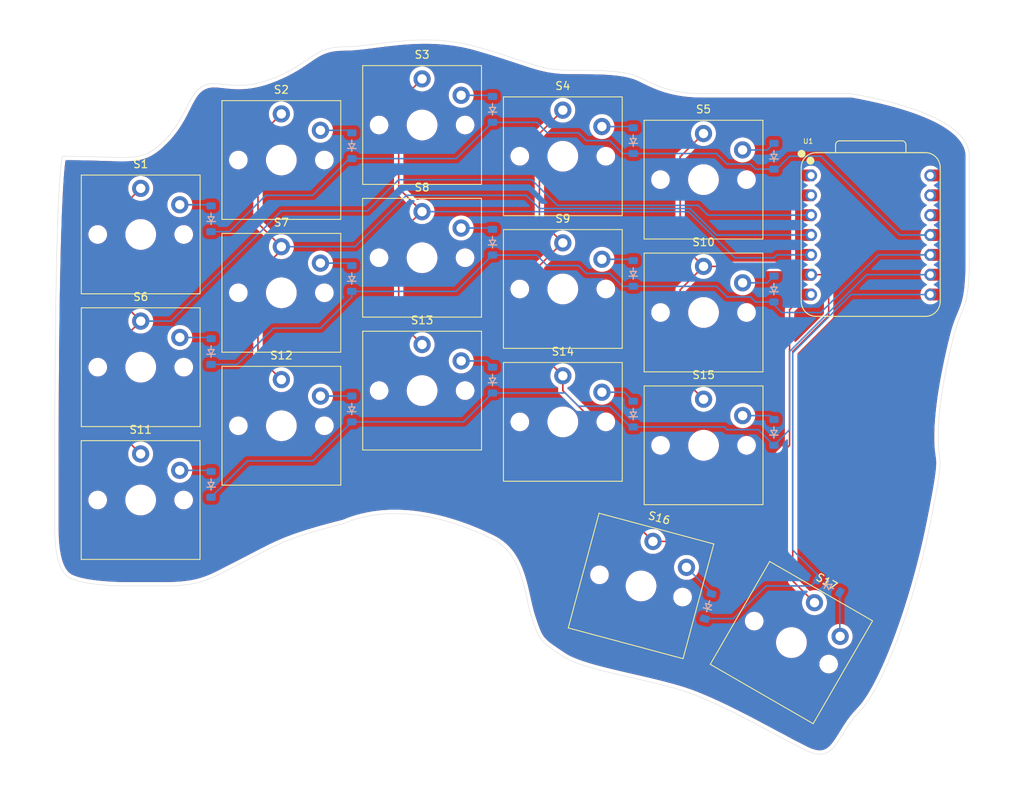
<source format=kicad_pcb>
(kicad_pcb (version 20241229) (generator "pcbnew") (generator_version "9.0")
  (layers (0 "F.Cu" signal) (2 "B.Cu" signal) (13 "F.Paste" user) (15 "B.Paste" user) (5 "F.SilkS" user "F.Silkscreen") (7 "B.SilkS" user "B.Silkscreen") (1 "F.Mask" user) (3 "B.Mask" user) (25 "Edge.Cuts" user))
  (net 0 "")
  (net 1 "Row 0")
  (net 2 "Net-(D1-A)")
  (net 3 "Net-(D2-A)")
  (net 4 "Net-(D3-A)")
  (net 5 "Net-(D4-A)")
  (net 6 "Net-(D5-A)")
  (net 7 "Row 1")
  (net 8 "Net-(D6-A)")
  (net 9 "Net-(D7-A)")
  (net 10 "Net-(D8-A)")
  (net 11 "Net-(D9-A)")
  (net 12 "Net-(D10-A)")
  (net 13 "Net-(D11-A)")
  (net 14 "Row 2")
  (net 15 "Net-(D12-A)")
  (net 16 "Net-(D13-A)")
  (net 17 "Net-(D14-A)")
  (net 18 "Net-(D15-A)")
  (net 19 "Row 3")
  (net 20 "Net-(D16-A)")
  (net 21 "Net-(D17-A)")
  (net 22 "Col 0")
  (net 23 "Col 1")
  (net 24 "Col 2")
  (net 25 "Col 3")
  (net 26 "Col 4")
  (footprint "Seeed Studio XIAO Series Library:XIAO-nRF52840-DIP" (layer "F.Cu") (at 152.375415 58.069603)
    (property "Reference" "U1" (at -8 -12 0) (layer "F.SilkS") (effects (font (size 0.635 0.635) (thickness 0.1016))))
    (property "Value" "XIAO-nRF52840-DIP")
    (pad "1" smd roundrect (at -8.455 -7.62 180) (size 2.432 1.524) (layers "F.Cu" "F.Mask") (roundrect_rratio 0.1))
    (pad "1" thru_hole circle (at -7.62 -7.62 180) (size 1.524 1.524) (drill 0.889) (layers "*.Cu" "*.Mask"))
    (pad "2" smd roundrect (at -8.455 -5.08 180) (size 2.432 1.524) (layers "F.Cu" "F.Mask") (roundrect_rratio 0.1))
    (pad "2" thru_hole circle (at -7.62 -5.08 180) (size 1.524 1.524) (drill 0.889) (layers "*.Cu" "*.Mask"))
    (pad "3" smd roundrect (at -8.455 -2.54 180) (size 2.432 1.524) (layers "F.Cu" "F.Mask") (roundrect_rratio 0.1) (net 22 "Col 0"))
    (pad "3" thru_hole circle (at -7.62 -2.54 180) (size 1.524 1.524) (drill 0.889) (layers "*.Cu" "*.Mask") (net 22 "Col 0"))
    (pad "4" smd roundrect (at -8.455 0 180) (size 2.432 1.524) (layers "F.Cu" "F.Mask") (roundrect_rratio 0.1) (net 23 "Col 1"))
    (pad "4" thru_hole circle (at -7.62 0 180) (size 1.524 1.524) (drill 0.889) (layers "*.Cu" "*.Mask") (net 23 "Col 1"))
    (pad "5" smd roundrect (at -8.455 2.54 180) (size 2.432 1.524) (layers "F.Cu" "F.Mask") (roundrect_rratio 0.1) (net 24 "Col 2"))
    (pad "5" thru_hole circle (at -7.62 2.54 180) (size 1.524 1.524) (drill 0.889) (layers "*.Cu" "*.Mask") (net 24 "Col 2"))
    (pad "6" smd roundrect (at -8.455 5.08 180) (size 2.432 1.524) (layers "F.Cu" "F.Mask") (roundrect_rratio 0.1) (net 26 "Col 4"))
    (pad "6" thru_hole circle (at -7.62 5.08 180) (size 1.524 1.524) (drill 0.889) (layers "*.Cu" "*.Mask") (net 26 "Col 4"))
    (pad "7" smd roundrect (at -8.455 7.62 180) (size 2.432 1.524) (layers "F.Cu" "F.Mask") (roundrect_rratio 0.1) (net 25 "Col 3"))
    (pad "7" thru_hole circle (at -7.62 7.62 180) (size 1.524 1.524) (drill 0.889) (layers "*.Cu" "*.Mask") (net 25 "Col 3"))
    (pad "8" thru_hole circle (at 7.62 7.62) (size 1.524 1.524) (drill 0.889) (layers "*.Cu" "*.Mask") (net 19 "Row 3"))
    (pad "8" smd roundrect (at 8.455 7.62) (size 2.432 1.524) (layers "F.Cu" "F.Mask") (roundrect_rratio 0.1) (net 19 "Row 3"))
    (pad "9" thru_hole circle (at 7.62 5.08) (size 1.524 1.524) (drill 0.889) (layers "*.Cu" "*.Mask") (net 14 "Row 2"))
    (pad "9" smd roundrect (at 8.455 5.08) (size 2.432 1.524) (layers "F.Cu" "F.Mask") (roundrect_rratio 0.1) (net 14 "Row 2"))
    (pad "10" thru_hole circle (at 7.62 2.54) (size 1.524 1.524) (drill 0.889) (layers "*.Cu" "*.Mask") (net 7 "Row 1"))
    (pad "10" smd roundrect (at 8.455 2.54) (size 2.432 1.524) (layers "F.Cu" "F.Mask") (roundrect_rratio 0.1) (net 7 "Row 1"))
    (pad "11" thru_hole circle (at 7.62 0) (size 1.524 1.524) (drill 0.889) (layers "*.Cu" "*.Mask") (net 1 "Row 0"))
    (pad "11" smd roundrect (at 8.455 0) (size 2.432 1.524) (layers "F.Cu" "F.Mask") (roundrect_rratio 0.1) (net 1 "Row 0"))
    (pad "12" thru_hole circle (at 7.62 -2.54) (size 1.524 1.524) (drill 0.889) (layers "*.Cu" "*.Mask"))
    (pad "12" smd roundrect (at 8.455 -2.54) (size 2.432 1.524) (layers "F.Cu" "F.Mask") (roundrect_rratio 0.1))
    (pad "13" thru_hole circle (at 7.62 -5.08) (size 1.524 1.524) (drill 0.889) (layers "*.Cu" "*.Mask"))
    (pad "13" smd roundrect (at 8.455 -5.08) (size 2.432 1.524) (layers "F.Cu" "F.Mask") (roundrect_rratio 0.1))
    (pad "14" thru_hole circle (at 7.62 -7.62) (size 1.524 1.524) (drill 0.889) (layers "*.Cu" "*.Mask"))
    (pad "14" smd roundrect (at 8.455 -7.62) (size 2.432 1.524) (layers "F.Cu" "F.Mask") (roundrect_rratio 0.1))
  )
  (footprint "ScottoKeebs_Choc:Choc_V1_1.00u" (layer "F.Cu") (at 76.985473 65.467584)
    (property "Reference" "S7" (at 0 -9 0) (layer "F.SilkS"))
    (property "Value" "Keyswitch")
    (pad "" np_thru_hole circle (at -5.5 0) (size 1.9 1.9) (drill 1.9) (layers "*.Cu" "*.Mask"))
    (pad "" np_thru_hole circle (at 0 0) (size 3.45 3.45) (drill 3.45) (layers "*.Cu" "*.Mask"))
    (pad "" np_thru_hole circle (at 5.5 0) (size 1.9 1.9) (drill 1.9) (layers "*.Cu" "*.Mask"))
    (pad "1" thru_hole circle (at 0 -5.9) (size 2.2 2.2) (drill 1.2) (layers "*.Cu" "*.Mask") (net 23 "Col 1"))
    (pad "2" thru_hole circle (at 5 -3.8) (size 2.2 2.2) (drill 1.2) (layers "*.Cu" "*.Mask") (net 9 "Net-(D7-A)"))
  )
  (footprint "ScottoKeebs_Choc:Choc_V1_1.00u" (layer "F.Cu") (at 112.988878 47.989603)
    (property "Reference" "S4" (at 0 -9 0) (layer "F.SilkS"))
    (property "Value" "Keyswitch")
    (pad "" np_thru_hole circle (at -5.5 0) (size 1.9 1.9) (drill 1.9) (layers "*.Cu" "*.Mask"))
    (pad "" np_thru_hole circle (at 0 0) (size 3.45 3.45) (drill 3.45) (layers "*.Cu" "*.Mask"))
    (pad "" np_thru_hole circle (at 5.5 0) (size 1.9 1.9) (drill 1.9) (layers "*.Cu" "*.Mask"))
    (pad "1" thru_hole circle (at 0 -5.9) (size 2.2 2.2) (drill 1.2) (layers "*.Cu" "*.Mask") (net 25 "Col 3"))
    (pad "2" thru_hole circle (at 5 -3.8) (size 2.2 2.2) (drill 1.2) (layers "*.Cu" "*.Mask") (net 5 "Net-(D4-A)"))
  )
  (footprint "ScottoKeebs_Choc:Choc_V1_1.00u" (layer "F.Cu") (at 142.232275 110.239603 -30)
    (property "Reference" "S17" (at 0 -9 150) (layer "F.SilkS"))
    (property "Value" "Keyswitch")
    (pad "" np_thru_hole circle (at -5.5 0 330) (size 1.9 1.9) (drill 1.9) (layers "*.Cu" "*.Mask"))
    (pad "" np_thru_hole circle (at 0 0 330) (size 3.45 3.45) (drill 3.45) (layers "*.Cu" "*.Mask"))
    (pad "" np_thru_hole circle (at 5.5 0 330) (size 1.9 1.9) (drill 1.9) (layers "*.Cu" "*.Mask"))
    (pad "1" thru_hole circle (at 0 -5.9 330) (size 2.2 2.2) (drill 1.2) (layers "*.Cu" "*.Mask") (net 26 "Col 4"))
    (pad "2" thru_hole circle (at 5 -3.8 330) (size 2.2 2.2) (drill 1.2) (layers "*.Cu" "*.Mask") (net 21 "Net-(D17-A)"))
  )
  (footprint "ScottoKeebs_Choc:Choc_V1_1.00u" (layer "F.Cu") (at 94.980883 60.980238)
    (property "Reference" "S8" (at 0 -9 0) (layer "F.SilkS"))
    (property "Value" "Keyswitch")
    (pad "" np_thru_hole circle (at -5.5 0) (size 1.9 1.9) (drill 1.9) (layers "*.Cu" "*.Mask"))
    (pad "" np_thru_hole circle (at 0 0) (size 3.45 3.45) (drill 3.45) (layers "*.Cu" "*.Mask"))
    (pad "" np_thru_hole circle (at 5.5 0) (size 1.9 1.9) (drill 1.9) (layers "*.Cu" "*.Mask"))
    (pad "1" thru_hole circle (at 0 -5.9) (size 2.2 2.2) (drill 1.2) (layers "*.Cu" "*.Mask") (net 24 "Col 2"))
    (pad "2" thru_hole circle (at 5 -3.8) (size 2.2 2.2) (drill 1.2) (layers "*.Cu" "*.Mask") (net 10 "Net-(D8-A)"))
  )
  (footprint "ScottoKeebs_Choc:Choc_V1_1.00u" (layer "F.Cu") (at 122.995415 102.989603 -15)
    (property "Reference" "S16" (at 0 -8.999999 165) (layer "F.SilkS"))
    (property "Value" "Keyswitch")
    (pad "" np_thru_hole circle (at -5.5 0 345) (size 1.9 1.9) (drill 1.9) (layers "*.Cu" "*.Mask"))
    (pad "" np_thru_hole circle (at 0 0 345) (size 3.45 3.45) (drill 3.45) (layers "*.Cu" "*.Mask"))
    (pad "" np_thru_hole circle (at 5.5 0 345) (size 1.9 1.9) (drill 1.9) (layers "*.Cu" "*.Mask"))
    (pad "1" thru_hole circle (at 0 -5.9 345) (size 2.2 2.2) (drill 1.2) (layers "*.Cu" "*.Mask") (net 25 "Col 3"))
    (pad "2" thru_hole circle (at 5 -3.8 345) (size 2.2 2.2) (drill 1.2) (layers "*.Cu" "*.Mask") (net 20 "Net-(D16-A)"))
  )
  (footprint "ScottoKeebs_Choc:Choc_V1_1.00u" (layer "F.Cu") (at 130.990088 67.987695)
    (property "Reference" "S10" (at 0 -9 0) (layer "F.SilkS"))
    (property "Value" "Keyswitch")
    (pad "" np_thru_hole circle (at -5.5 0) (size 1.9 1.9) (drill 1.9) (layers "*.Cu" "*.Mask"))
    (pad "" np_thru_hole circle (at 0 0) (size 3.45 3.45) (drill 3.45) (layers "*.Cu" "*.Mask"))
    (pad "" np_thru_hole circle (at 5.5 0) (size 1.9 1.9) (drill 1.9) (layers "*.Cu" "*.Mask"))
    (pad "1" thru_hole circle (at 0 -5.9) (size 2.2 2.2) (drill 1.2) (layers "*.Cu" "*.Mask") (net 26 "Col 4"))
    (pad "2" thru_hole circle (at 5 -3.8) (size 2.2 2.2) (drill 1.2) (layers "*.Cu" "*.Mask") (net 12 "Net-(D10-A)"))
  )
  (footprint "ScottoKeebs_Choc:Choc_V1_1.00u" (layer "F.Cu") (at 112.992415 81.990598)
    (property "Reference" "S14" (at 0 -9 0) (layer "F.SilkS"))
    (property "Value" "Keyswitch")
    (pad "" np_thru_hole circle (at -5.5 0) (size 1.9 1.9) (drill 1.9) (layers "*.Cu" "*.Mask"))
    (pad "" np_thru_hole circle (at 0 0) (size 3.45 3.45) (drill 3.45) (layers "*.Cu" "*.Mask"))
    (pad "" np_thru_hole circle (at 5.5 0) (size 1.9 1.9) (drill 1.9) (layers "*.Cu" "*.Mask"))
    (pad "1" thru_hole circle (at 0 -5.9) (size 2.2 2.2) (drill 1.2) (layers "*.Cu" "*.Mask") (net 25 "Col 3"))
    (pad "2" thru_hole circle (at 5 -3.8) (size 2.2 2.2) (drill 1.2) (layers "*.Cu" "*.Mask") (net 17 "Net-(D14-A)"))
  )
  (footprint "ScottoKeebs_Choc:Choc_V1_1.00u" (layer "F.Cu") (at 58.995415 57.999273)
    (property "Reference" "S1" (at 0 -9 0) (layer "F.SilkS"))
    (property "Value" "Keyswitch")
    (pad "" np_thru_hole circle (at -5.5 0) (size 1.9 1.9) (drill 1.9) (layers "*.Cu" "*.Mask"))
    (pad "" np_thru_hole circle (at 0 0) (size 3.45 3.45) (drill 3.45) (layers "*.Cu" "*.Mask"))
    (pad "" np_thru_hole circle (at 5.5 0) (size 1.9 1.9) (drill 1.9) (layers "*.Cu" "*.Mask"))
    (pad "1" thru_hole circle (at 0 -5.9) (size 2.2 2.2) (drill 1.2) (layers "*.Cu" "*.Mask") (net 22 "Col 0"))
    (pad "2" thru_hole circle (at 5 -3.8) (size 2.2 2.2) (drill 1.2) (layers "*.Cu" "*.Mask") (net 2 "Net-(D1-A)"))
  )
  (footprint "ScottoKeebs_Choc:Choc_V1_1.00u" (layer "F.Cu") (at 94.987924 43.989603)
    (property "Reference" "S3" (at 0 -9 0) (layer "F.SilkS"))
    (property "Value" "Keyswitch")
    (pad "" np_thru_hole circle (at -5.5 0) (size 1.9 1.9) (drill 1.9) (layers "*.Cu" "*.Mask"))
    (pad "" np_thru_hole circle (at 0 0) (size 3.45 3.45) (drill 3.45) (layers "*.Cu" "*.Mask"))
    (pad "" np_thru_hole circle (at 5.5 0) (size 1.9 1.9) (drill 1.9) (layers "*.Cu" "*.Mask"))
    (pad "1" thru_hole circle (at 0 -5.9) (size 2.2 2.2) (drill 1.2) (layers "*.Cu" "*.Mask") (net 24 "Col 2"))
    (pad "2" thru_hole circle (at 5 -3.8) (size 2.2 2.2) (drill 1.2) (layers "*.Cu" "*.Mask") (net 4 "Net-(D3-A)"))
  )
  (footprint "ScottoKeebs_Choc:Choc_V1_1.00u" (layer "F.Cu") (at 58.986471 91.992266)
    (property "Reference" "S11" (at 0 -9 0) (layer "F.SilkS"))
    (property "Value" "Keyswitch")
    (pad "" np_thru_hole circle (at -5.5 0) (size 1.9 1.9) (drill 1.9) (layers "*.Cu" "*.Mask"))
    (pad "" np_thru_hole circle (at 0 0) (size 3.45 3.45) (drill 3.45) (layers "*.Cu" "*.Mask"))
    (pad "" np_thru_hole circle (at 5.5 0) (size 1.9 1.9) (drill 1.9) (layers "*.Cu" "*.Mask"))
    (pad "1" thru_hole circle (at 0 -5.9) (size 2.2 2.2) (drill 1.2) (layers "*.Cu" "*.Mask") (net 22 "Col 0"))
    (pad "2" thru_hole circle (at 5 -3.8) (size 2.2 2.2) (drill 1.2) (layers "*.Cu" "*.Mask") (net 13 "Net-(D11-A)"))
  )
  (footprint "ScottoKeebs_Choc:Choc_V1_1.00u" (layer "F.Cu") (at 58.998138 74.989603)
    (property "Reference" "S6" (at 0 -9 0) (layer "F.SilkS"))
    (property "Value" "Keyswitch")
    (pad "" np_thru_hole circle (at -5.5 0) (size 1.9 1.9) (drill 1.9) (layers "*.Cu" "*.Mask"))
    (pad "" np_thru_hole circle (at 0 0) (size 3.45 3.45) (drill 3.45) (layers "*.Cu" "*.Mask"))
    (pad "" np_thru_hole circle (at 5.5 0) (size 1.9 1.9) (drill 1.9) (layers "*.Cu" "*.Mask"))
    (pad "1" thru_hole circle (at 0 -5.9) (size 2.2 2.2) (drill 1.2) (layers "*.Cu" "*.Mask") (net 22 "Col 0"))
    (pad "2" thru_hole circle (at 5 -3.8) (size 2.2 2.2) (drill 1.2) (layers "*.Cu" "*.Mask") (net 8 "Net-(D6-A)"))
  )
  (footprint "ScottoKeebs_Choc:Choc_V1_1.00u" (layer "F.Cu") (at 76.990573 82.485263)
    (property "Reference" "S12" (at 0 -9 0) (layer "F.SilkS"))
    (property "Value" "Keyswitch")
    (pad "" np_thru_hole circle (at -5.5 0) (size 1.9 1.9) (drill 1.9) (layers "*.Cu" "*.Mask"))
    (pad "" np_thru_hole circle (at 0 0) (size 3.45 3.45) (drill 3.45) (layers "*.Cu" "*.Mask"))
    (pad "" np_thru_hole circle (at 5.5 0) (size 1.9 1.9) (drill 1.9) (layers "*.Cu" "*.Mask"))
    (pad "1" thru_hole circle (at 0 -5.9) (size 2.2 2.2) (drill 1.2) (layers "*.Cu" "*.Mask") (net 23 "Col 1"))
    (pad "2" thru_hole circle (at 5 -3.8) (size 2.2 2.2) (drill 1.2) (layers "*.Cu" "*.Mask") (net 15 "Net-(D12-A)"))
  )
  (footprint "ScottoKeebs_Choc:Choc_V1_1.00u" (layer "F.Cu") (at 94.990345 77.986668)
    (property "Reference" "S13" (at 0 -9 0) (layer "F.SilkS"))
    (property "Value" "Keyswitch")
    (pad "" np_thru_hole circle (at -5.5 0) (size 1.9 1.9) (drill 1.9) (layers "*.Cu" "*.Mask"))
    (pad "" np_thru_hole circle (at 0 0) (size 3.45 3.45) (drill 3.45) (layers "*.Cu" "*.Mask"))
    (pad "" np_thru_hole circle (at 5.5 0) (size 1.9 1.9) (drill 1.9) (layers "*.Cu" "*.Mask"))
    (pad "1" thru_hole circle (at 0 -5.9) (size 2.2 2.2) (drill 1.2) (layers "*.Cu" "*.Mask") (net 24 "Col 2"))
    (pad "2" thru_hole circle (at 5 -3.8) (size 2.2 2.2) (drill 1.2) (layers "*.Cu" "*.Mask") (net 16 "Net-(D13-A)"))
  )
  (footprint "ScottoKeebs_Choc:Choc_V1_1.00u" (layer "F.Cu") (at 76.98332 48.470021)
    (property "Reference" "S2" (at 0 -9 0) (layer "F.SilkS"))
    (property "Value" "Keyswitch")
    (pad "" np_thru_hole circle (at -5.5 0) (size 1.9 1.9) (drill 1.9) (layers "*.Cu" "*.Mask"))
    (pad "" np_thru_hole circle (at 0 0) (size 3.45 3.45) (drill 3.45) (layers "*.Cu" "*.Mask"))
    (pad "" np_thru_hole circle (at 5.5 0) (size 1.9 1.9) (drill 1.9) (layers "*.Cu" "*.Mask"))
    (pad "1" thru_hole circle (at 0 -5.9) (size 2.2 2.2) (drill 1.2) (layers "*.Cu" "*.Mask") (net 23 "Col 1"))
    (pad "2" thru_hole circle (at 5 -3.8) (size 2.2 2.2) (drill 1.2) (layers "*.Cu" "*.Mask") (net 3 "Net-(D2-A)"))
  )
  (footprint "ScottoKeebs_Choc:Choc_V1_1.00u" (layer "F.Cu") (at 130.984276 50.982339)
    (property "Reference" "S5" (at 0 -9 0) (layer "F.SilkS"))
    (property "Value" "Keyswitch")
    (pad "" np_thru_hole circle (at -5.5 0) (size 1.9 1.9) (drill 1.9) (layers "*.Cu" "*.Mask"))
    (pad "" np_thru_hole circle (at 0 0) (size 3.45 3.45) (drill 3.45) (layers "*.Cu" "*.Mask"))
    (pad "" np_thru_hole circle (at 5.5 0) (size 1.9 1.9) (drill 1.9) (layers "*.Cu" "*.Mask"))
    (pad "1" thru_hole circle (at 0 -5.9) (size 2.2 2.2) (drill 1.2) (layers "*.Cu" "*.Mask") (net 26 "Col 4"))
    (pad "2" thru_hole circle (at 5 -3.8) (size 2.2 2.2) (drill 1.2) (layers "*.Cu" "*.Mask") (net 6 "Net-(D5-A)"))
  )
  (footprint "ScottoKeebs_Choc:Choc_V1_1.00u" (layer "F.Cu") (at 130.995415 84.989603)
    (property "Reference" "S15" (at 0 -9 0) (layer "F.SilkS"))
    (property "Value" "Keyswitch")
    (pad "" np_thru_hole circle (at -5.5 0) (size 1.9 1.9) (drill 1.9) (layers "*.Cu" "*.Mask"))
    (pad "" np_thru_hole circle (at 0 0) (size 3.45 3.45) (drill 3.45) (layers "*.Cu" "*.Mask"))
    (pad "" np_thru_hole circle (at 5.5 0) (size 1.9 1.9) (drill 1.9) (layers "*.Cu" "*.Mask"))
    (pad "1" thru_hole circle (at 0 -5.9) (size 2.2 2.2) (drill 1.2) (layers "*.Cu" "*.Mask") (net 26 "Col 4"))
    (pad "2" thru_hole circle (at 5 -3.8) (size 2.2 2.2) (drill 1.2) (layers "*.Cu" "*.Mask") (net 18 "Net-(D15-A)"))
  )
  (footprint "ScottoKeebs_Choc:Choc_V1_1.00u" (layer "F.Cu") (at 112.990345 64.978007)
    (property "Reference" "S9" (at 0 -9 0) (layer "F.SilkS"))
    (property "Value" "Keyswitch")
    (pad "" np_thru_hole circle (at -5.5 0) (size 1.9 1.9) (drill 1.9) (layers "*.Cu" "*.Mask"))
    (pad "" np_thru_hole circle (at 0 0) (size 3.45 3.45) (drill 3.45) (layers "*.Cu" "*.Mask"))
    (pad "" np_thru_hole circle (at 5.5 0) (size 1.9 1.9) (drill 1.9) (layers "*.Cu" "*.Mask"))
    (pad "1" thru_hole circle (at 0 -5.9) (size 2.2 2.2) (drill 1.2) (layers "*.Cu" "*.Mask") (net 25 "Col 3"))
    (pad "2" thru_hole circle (at 5 -3.8) (size 2.2 2.2) (drill 1.2) (layers "*.Cu" "*.Mask") (net 11 "Net-(D9-A)"))
  )
  (footprint "ScottoKeebs_Components:Diode_SOD-123" (layer "B.Cu") (at 67.995415 72.989603 90)
    (property "Reference" "D6" (hide yes))
    (property "Value" "Diode")
    (pad "1" smd roundrect (at -1.65 0 90) (size 0.9 1.2) (layers "B.Cu" "B.Mask" "B.Paste") (net 7 "Row 1"))
    (pad "2" smd roundrect (at 1.65 0 90) (size 0.9 1.2) (layers "B.Cu" "B.Mask" "B.Paste") (net 8 "Net-(D6-A)"))
  )
  (footprint "ScottoKeebs_Components:Diode_SOD-123" (layer "B.Cu") (at 139.995415 83.339603 90)
    (property "Reference" "D15" (hide yes))
    (property "Value" "Diode" (hide yes))
    (pad "1" smd roundrect (at -1.65 0 90) (size 0.9 1.2) (layers "B.Cu" "B.Mask" "B.Paste") (net 14 "Row 2"))
    (pad "2" smd roundrect (at 1.65 0 90) (size 0.9 1.2) (layers "B.Cu" "B.Mask" "B.Paste") (net 18 "Net-(D15-A)"))
  )
  (footprint "ScottoKeebs_Components:Diode_SOD-123" (layer "B.Cu") (at 103.995415 58.989603 90)
    (property "Reference" "D8" (hide yes))
    (property "Value" "Diode")
    (pad "1" smd roundrect (at -1.65 0 90) (size 0.9 1.2) (layers "B.Cu" "B.Mask" "B.Paste") (net 7 "Row 1"))
    (pad "2" smd roundrect (at 1.65 0 90) (size 0.9 1.2) (layers "B.Cu" "B.Mask" "B.Paste") (net 10 "Net-(D8-A)"))
  )
  (footprint "ScottoKeebs_Components:Diode_SOD-123" (layer "B.Cu") (at 103.995415 76.639603 90)
    (property "Reference" "D13" (hide yes))
    (property "Value" "Diode")
    (pad "1" smd roundrect (at -1.65 0 90) (size 0.9 1.2) (layers "B.Cu" "B.Mask" "B.Paste") (net 14 "Row 2"))
    (pad "2" smd roundrect (at 1.65 0 90) (size 0.9 1.2) (layers "B.Cu" "B.Mask" "B.Paste") (net 16 "Net-(D13-A)"))
  )
  (footprint "ScottoKeebs_Components:Diode_SOD-123" (layer "B.Cu") (at 139.995415 47.989603 90)
    (property "Reference" "D5" (hide yes))
    (property "Value" "Diode")
    (pad "1" smd roundrect (at -1.65 0 90) (size 0.9 1.2) (layers "B.Cu" "B.Mask" "B.Paste") (net 1 "Row 0"))
    (pad "2" smd roundrect (at 1.65 0 90) (size 0.9 1.2) (layers "B.Cu" "B.Mask" "B.Paste") (net 6 "Net-(D5-A)"))
  )
  (footprint "ScottoKeebs_Components:Diode_SOD-123" (layer "B.Cu") (at 146.995415 102.989603 -30)
    (property "Reference" "D17" (hide yes))
    (property "Value" "Diode")
    (pad "1" smd roundrect (at -1.65 0 330) (size 0.9 1.2) (layers "B.Cu" "B.Mask" "B.Paste") (net 19 "Row 3"))
    (pad "2" smd roundrect (at 1.65 0 330) (size 0.9 1.2) (layers "B.Cu" "B.Mask" "B.Paste") (net 21 "Net-(D17-A)"))
  )
  (footprint "ScottoKeebs_Components:Diode_SOD-123" (layer "B.Cu") (at 139.995415 64.989603 90)
    (property "Reference" "D10" (hide yes))
    (property "Value" "Diode")
    (pad "1" smd roundrect (at -1.65 0 90) (size 0.9 1.2) (layers "B.Cu" "B.Mask" "B.Paste") (net 7 "Row 1"))
    (pad "2" smd roundrect (at 1.65 0 90) (size 0.9 1.2) (layers "B.Cu" "B.Mask" "B.Paste") (net 12 "Net-(D10-A)"))
  )
  (footprint "ScottoKeebs_Components:Diode_SOD-123" (layer "B.Cu") (at 131.568363 105.583381 75)
    (property "Reference" "D16" (hide yes))
    (property "Value" "Diode")
    (pad "1" smd roundrect (at -1.650001 0 75) (size 0.9 1.2) (layers "B.Cu" "B.Mask" "B.Paste") (net 19 "Row 3"))
    (pad "2" smd roundrect (at 1.650001 0 75) (size 0.9 1.2) (layers "B.Cu" "B.Mask" "B.Paste") (net 20 "Net-(D16-A)"))
  )
  (footprint "ScottoKeebs_Components:Diode_SOD-123" (layer "B.Cu") (at 85.995415 46.639603 90)
    (property "Reference" "D2" (hide yes))
    (property "Value" "Diode")
    (pad "1" smd roundrect (at -1.65 0 90) (size 0.9 1.2) (layers "B.Cu" "B.Mask" "B.Paste") (net 1 "Row 0"))
    (pad "2" smd roundrect (at 1.65 0 90) (size 0.9 1.2) (layers "B.Cu" "B.Mask" "B.Paste") (net 3 "Net-(D2-A)"))
  )
  (footprint "ScottoKeebs_Components:Diode_SOD-123" (layer "B.Cu") (at 121.995415 62.989603 90)
    (property "Reference" "D9" (hide yes))
    (property "Value" "Diode")
    (pad "1" smd roundrect (at -1.65 0 90) (size 0.9 1.2) (layers "B.Cu" "B.Mask" "B.Paste") (net 7 "Row 1"))
    (pad "2" smd roundrect (at 1.65 0 90) (size 0.9 1.2) (layers "B.Cu" "B.Mask" "B.Paste") (net 11 "Net-(D9-A)"))
  )
  (footprint "ScottoKeebs_Components:Diode_SOD-123" (layer "B.Cu") (at 121.995415 80.989603 90)
    (property "Reference" "D14" (hide yes))
    (property "Value" "Diode")
    (pad "1" smd roundrect (at -1.65 0 90) (size 0.9 1.2) (layers "B.Cu" "B.Mask" "B.Paste") (net 14 "Row 2"))
    (pad "2" smd roundrect (at 1.65 0 90) (size 0.9 1.2) (layers "B.Cu" "B.Mask" "B.Paste") (net 17 "Net-(D14-A)"))
  )
  (footprint "ScottoKeebs_Components:Diode_SOD-123" (layer "B.Cu") (at 103.995415 41.989603 90)
    (property "Reference" "D3" (hide yes))
    (property "Value" "Diode")
    (pad "1" smd roundrect (at -1.65 0 90) (size 0.9 1.2) (layers "B.Cu" "B.Mask" "B.Paste") (net 1 "Row 0"))
    (pad "2" smd roundrect (at 1.65 0 90) (size 0.9 1.2) (layers "B.Cu" "B.Mask" "B.Paste") (net 4 "Net-(D3-A)"))
  )
  (footprint "ScottoKeebs_Components:Diode_SOD-123" (layer "B.Cu") (at 85.995415 63.639603 90)
    (property "Reference" "D7" (hide yes))
    (property "Value" "Diode")
    (pad "1" smd roundrect (at -1.65 0 90) (size 0.9 1.2) (layers "B.Cu" "B.Mask" "B.Paste") (net 7 "Row 1"))
    (pad "2" smd roundrect (at 1.65 0 90) (size 0.9 1.2) (layers "B.Cu" "B.Mask" "B.Paste") (net 9 "Net-(D7-A)"))
  )
  (footprint "ScottoKeebs_Components:Diode_SOD-123" (layer "B.Cu") (at 67.995415 55.989603 90)
    (property "Reference" "D1" (hide yes))
    (property "Value" "Diode")
    (pad "1" smd roundrect (at -1.65 0 90) (size 0.9 1.2) (layers "B.Cu" "B.Mask" "B.Paste") (net 1 "Row 0"))
    (pad "2" smd roundrect (at 1.65 0 90) (size 0.9 1.2) (layers "B.Cu" "B.Mask" "B.Paste") (net 2 "Net-(D1-A)"))
  )
  (footprint "ScottoKeebs_Components:Diode_SOD-123" (layer "B.Cu") (at 67.995415 89.989603 90)
    (property "Reference" "D11" (hide yes))
    (property "Value" "Diode")
    (pad "1" smd roundrect (at -1.65 0 90) (size 0.9 1.2) (layers "B.Cu" "B.Mask" "B.Paste") (net 14 "Row 2"))
    (pad "2" smd roundrect (at 1.65 0 90) (size 0.9 1.2) (layers "B.Cu" "B.Mask" "B.Paste") (net 13 "Net-(D11-A)"))
  )
  (footprint "ScottoKeebs_Components:Diode_SOD-123" (layer "B.Cu") (at 85.995415 80.339603 90)
    (property "Reference" "D12" (hide yes))
    (property "Value" "Diode")
    (pad "1" smd roundrect (at -1.65 0 90) (size 0.9 1.2) (layers "B.Cu" "B.Mask" "B.Paste") (net 14 "Row 2"))
    (pad "2" smd roundrect (at 1.65 0 90) (size 0.9 1.2) (layers "B.Cu" "B.Mask" "B.Paste") (net 15 "Net-(D12-A)"))
  )
  (footprint "ScottoKeebs_Components:Diode_SOD-123" (layer "B.Cu") (at 121.995415 45.989603 90)
    (property "Reference" "D4" (hide yes))
    (property "Value" "Diode")
    (pad "1" smd roundrect (at -1.65 0 90) (size 0.9 1.2) (layers "B.Cu" "B.Mask" "B.Paste") (net 1 "Row 0"))
    (pad "2" smd roundrect (at 1.65 0 90) (size 0.9 1.2) (layers "B.Cu" "B.Mask" "B.Paste") (net 5 "Net-(D4-A)"))
  )
  (gr_curve (pts (xy 84.995415 94.989603) (xy 76.995415 96.989603) (xy 75.995415 97.989603) (xy 71.995415 99.989603)) (stroke (width 0.05)) (layer "Edge.Cuts"))
  (gr_curve (pts (xy 108.995415 106.989603) (xy 107.995415 103.989603) (xy 107.995415 98.989603) (xy 103.995415 96.989603)) (stroke (width 0.05)) (layer "Edge.Cuts"))
  (gr_curve (pts (xy 162.995415 70.989603) (xy 161.995415 74.989603) (xy 160.995415 79.989603) (xy 160.995415 83.989603)) (stroke (width 0.05)) (layer "Edge.Cuts"))
  (gr_curve (pts (xy 159.995415 94.989603) (xy 157.995415 104.989603) (xy 153.995415 115.989603) (xy 150.995415 118.989603)) (stroke (width 0.05)) (layer "Edge.Cuts"))
  (gr_curve (pts (xy 49.995415 101.989603) (xy 47.995415 100.989603) (xy 47.995415 96.989603) (xy 47.995415 94.989603)) (stroke (width 0.05)) (layer "Edge.Cuts"))
  (gr_curve (pts (xy 66.995415 38.989603) (xy 68.995415 37.989603) (xy 70.995415 39.989603) (xy 75.995415 37.989603)) (stroke (width 0.05)) (layer "Edge.Cuts"))
  (gr_curve (pts (xy 47.995415 94.989603) (xy 47.995415 92.989603) (xy 47.995415 88.989603) (xy 47.995415 88.989603)) (stroke (width 0.05)) (layer "Edge.Cuts"))
  (gr_curve (pts (xy 164.995415 47.989603) (xy 164.995415 50.989603) (xy 164.995415 53.989603) (xy 164.995415 60.989603)) (stroke (width 0.05)) (layer "Edge.Cuts"))
  (gr_curve (pts (xy 164.995415 60.989603) (xy 164.995415 67.989603) (xy 163.995415 66.989603) (xy 162.995415 70.989603)) (stroke (width 0.05)) (layer "Edge.Cuts"))
  (gr_curve (pts (xy 112.995415 111.989603) (xy 109.995415 109.989603) (xy 109.995415 109.989603) (xy 108.995415 106.989603)) (stroke (width 0.05)) (layer "Edge.Cuts"))
  (gr_curve (pts (xy 56.995415 102.989603) (xy 56.995415 102.989603) (xy 51.995415 102.989603) (xy 49.995415 101.989603)) (stroke (width 0.05)) (layer "Edge.Cuts"))
  (gr_curve (pts (xy 47.995415 88.989603) (xy 47.995415 48.989603) (xy 48.995415 47.989603) (xy 48.995415 47.989603)) (stroke (width 0.05)) (layer "Edge.Cuts"))
  (gr_curve (pts (xy 130.995415 39.989603) (xy 134.995415 39.989603) (xy 133.995415 39.989603) (xy 138.995415 39.989603)) (stroke (width 0.05)) (layer "Edge.Cuts"))
  (gr_curve (pts (xy 75.995415 37.989603) (xy 80.995415 35.989603) (xy 80.995415 33.989603) (xy 84.995415 33.989603)) (stroke (width 0.05)) (layer "Edge.Cuts"))
  (gr_curve (pts (xy 122.995415 37.989603) (xy 124.995415 38.989603) (xy 126.995415 39.989603) (xy 130.995415 39.989603)) (stroke (width 0.05)) (layer "Edge.Cuts"))
  (gr_curve (pts (xy 71.995415 99.989603) (xy 67.995415 101.989603) (xy 66.995415 102.989603) (xy 61.995415 102.989603)) (stroke (width 0.05)) (layer "Edge.Cuts"))
  (gr_curve (pts (xy 61.995415 102.989603) (xy 58.995415 102.989603) (xy 56.995415 102.989603) (xy 56.995415 102.989603)) (stroke (width 0.05)) (layer "Edge.Cuts"))
  (gr_curve (pts (xy 150.995415 118.989603) (xy 147.995415 121.989603) (xy 147.995415 125.989603) (xy 143.995415 123.989603)) (stroke (width 0.05)) (layer "Edge.Cuts"))
  (gr_curve (pts (xy 61.995415 45.989603) (xy 64.995415 42.989603) (xy 64.995415 39.989603) (xy 66.995415 38.989603)) (stroke (width 0.05)) (layer "Edge.Cuts"))
  (gr_curve (pts (xy 84.995415 33.989603) (xy 88.995415 33.989603) (xy 94.995415 31.989603) (xy 101.995415 33.989603)) (stroke (width 0.05)) (layer "Edge.Cuts"))
  (gr_curve (pts (xy 149.995415 39.989603) (xy 160.995415 41.989603) (xy 164.995415 44.989603) (xy 164.995415 47.989603)) (stroke (width 0.05)) (layer "Edge.Cuts"))
  (gr_curve (pts (xy 138.995415 39.989603) (xy 143.995415 39.989603) (xy 142.995415 39.989603) (xy 149.995415 39.989603)) (stroke (width 0.05)) (layer "Edge.Cuts"))
  (gr_curve (pts (xy 48.995415 47.989603) (xy 57.995415 47.989603) (xy 58.995415 48.989603) (xy 61.995415 45.989603)) (stroke (width 0.05)) (layer "Edge.Cuts"))
  (gr_curve (pts (xy 160.995415 83.989603) (xy 160.995415 87.989603) (xy 161.995415 84.989603) (xy 159.995415 94.989603)) (stroke (width 0.05)) (layer "Edge.Cuts"))
  (gr_curve (pts (xy 101.995415 33.989603) (xy 108.995415 35.989603) (xy 109.995415 36.989603) (xy 113.995415 36.989603)) (stroke (width 0.05)) (layer "Edge.Cuts"))
  (gr_curve (pts (xy 113.995415 36.989603) (xy 117.995415 36.989603) (xy 120.995415 36.989603) (xy 122.995415 37.989603)) (stroke (width 0.05)) (layer "Edge.Cuts"))
  (gr_curve (pts (xy 103.995415 96.989603) (xy 99.995415 94.989603) (xy 91.995415 91.989603) (xy 84.995415 94.989603)) (stroke (width 0.05)) (layer "Edge.Cuts"))
  (gr_curve (pts (xy 129.995415 116.989603) (xy 124.995415 114.989603) (xy 115.995415 113.989603) (xy 112.995415 111.989603)) (stroke (width 0.05)) (layer "Edge.Cuts"))
  (gr_curve (pts (xy 143.995415 123.989603) (xy 139.995415 121.989603) (xy 134.995415 118.989603) (xy 129.995415 116.989603)) (stroke (width 0.05)) (layer "Edge.Cuts"))
  (segment (start 115.995415 45.989603) (end 118.995415 45.989603) (width 0.2) (layer "B.Cu") (net 1))
  (segment (start 145.995415 47.989603) (end 156.075415 58.069603) (width 0.2) (layer "B.Cu") (net 1))
  (segment (start 137.645415 49.639603) (end 139.995415 49.639603) (width 0.2) (layer "B.Cu") (net 1))
  (segment (start 110.995415 44.989603) (end 114.995415 44.989603) (width 0.2) (layer "B.Cu") (net 1))
  (segment (start 85.995415 48.289603) (end 99.345415 48.289603) (width 0.2) (layer "B.Cu") (net 1))
  (segment (start 99.345415 48.289603) (end 103.995415 43.639603) (width 0.2) (layer "B.Cu") (net 1))
  (segment (start 121.995415 47.639603) (end 132.645415 47.639603) (width 0.2) (layer "B.Cu") (net 1))
  (segment (start 103.995415 43.639603) (end 109.645415 43.639603) (width 0.2) (layer "B.Cu") (net 1))
  (segment (start 67.995415 57.639603) (end 70.345415 57.639603) (width 0.2) (layer "B.Cu") (net 1))
  (segment (start 156.075415 58.069603) (end 159.995415 58.069603) (width 0.2) (layer "B.Cu") (net 1))
  (segment (start 136.995415 48.989603) (end 137.645415 49.639603) (width 0.2) (layer "B.Cu") (net 1))
  (segment (start 133.995415 48.989603) (end 136.995415 48.989603) (width 0.2) (layer "B.Cu") (net 1))
  (segment (start 141.995415 47.989603) (end 145.995415 47.989603) (width 0.2) (layer "B.Cu") (net 1))
  (segment (start 132.645415 47.639603) (end 133.995415 48.989603) (width 0.2) (layer "B.Cu") (net 1))
  (segment (start 80.995415 52.989603) (end 85.695415 48.289603) (width 0.2) (layer "B.Cu") (net 1))
  (segment (start 118.995415 45.989603) (end 120.645415 47.639603) (width 0.2) (layer "B.Cu") (net 1))
  (segment (start 74.995415 52.989603) (end 80.995415 52.989603) (width 0.2) (layer "B.Cu") (net 1))
  (segment (start 139.995415 49.639603) (end 140.345415 49.639603) (width 0.2) (layer "B.Cu") (net 1))
  (segment (start 85.695415 48.289603) (end 85.995415 48.289603) (width 0.2) (layer "B.Cu") (net 1))
  (segment (start 114.995415 44.989603) (end 115.995415 45.989603) (width 0.2) (layer "B.Cu") (net 1))
  (segment (start 109.645415 43.639603) (end 110.995415 44.989603) (width 0.2) (layer "B.Cu") (net 1))
  (segment (start 140.345415 49.639603) (end 141.995415 47.989603) (width 0.2) (layer "B.Cu") (net 1))
  (segment (start 120.645415 47.639603) (end 121.995415 47.639603) (width 0.2) (layer "B.Cu") (net 1))
  (segment (start 70.345415 57.639603) (end 74.995415 52.989603) (width 0.2) (layer "B.Cu") (net 1))
  (segment (start 67.855085 54.199273) (end 67.995415 54.339603) (width 0.2) (layer "B.Cu") (net 2))
  (segment (start 63.995415 54.199273) (end 67.855085 54.199273) (width 0.2) (layer "B.Cu") (net 2))
  (segment (start 81.98332 44.670021) (end 85.675833 44.670021) (width 0.2) (layer "B.Cu") (net 3))
  (segment (start 85.675833 44.670021) (end 85.995415 44.989603) (width 0.2) (layer "B.Cu") (net 3))
  (segment (start 99.987924 40.189603) (end 103.845415 40.189603) (width 0.2) (layer "B.Cu") (net 4))
  (segment (start 103.845415 40.189603) (end 103.995415 40.339603) (width 0.2) (layer "B.Cu") (net 4))
  (segment (start 117.988878 44.189603) (end 121.845415 44.189603) (width 0.2) (layer "B.Cu") (net 5))
  (segment (start 121.845415 44.189603) (end 121.995415 44.339603) (width 0.2) (layer "B.Cu") (net 5))
  (segment (start 135.984276 47.182339) (end 139.152679 47.182339) (width 0.2) (layer "B.Cu") (net 6))
  (segment (start 139.152679 47.182339) (end 139.995415 46.339603) (width 0.2) (layer "B.Cu") (net 6))
  (segment (start 99.345415 65.289603) (end 103.995415 60.639603) (width 0.2) (layer "B.Cu") (net 7))
  (segment (start 81.995415 69.989603) (end 85.995415 65.989603) (width 0.2) (layer "B.Cu") (net 7))
  (segment (start 103.995415 60.639603) (end 109.645415 60.639603) (width 0.2) (layer "B.Cu") (net 7))
  (segment (start 75.995415 69.989603) (end 81.995415 69.989603) (width 0.2) (layer "B.Cu") (net 7))
  (segment (start 137.645415 66.639603) (end 139.995415 66.639603) (width 0.2) (layer "B.Cu") (net 7))
  (segment (start 67.995415 74.639603) (end 71.345415 74.639603) (width 0.2) (layer "B.Cu") (net 7))
  (segment (start 145.995415 67.989603) (end 153.375415 60.609603) (width 0.2) (layer "B.Cu") (net 7))
  (segment (start 71.345415 74.639603) (end 75.995415 69.989603) (width 0.2) (layer "B.Cu") (net 7))
  (segment (start 153.375415 60.609603) (end 159.995415 60.609603) (width 0.2) (layer "B.Cu") (net 7))
  (segment (start 85.995415 65.289603) (end 99.345415 65.289603) (width 0.2) (layer "B.Cu") (net 7))
  (segment (start 136.995415 65.989603) (end 137.645415 66.639603) (width 0.2) (layer "B.Cu") (net 7))
  (segment (start 115.995415 62.989603) (end 118.995415 62.989603) (width 0.2) (layer "B.Cu") (net 7))
  (segment (start 120.645415 64.639603) (end 121.995415 64.639603) (width 0.2) (layer "B.Cu") (net 7))
  (segment (start 109.645415 60.639603) (end 110.995415 61.989603) (width 0.2) (layer "B.Cu") (net 7))
  (segment (start 121.995415 64.639603) (end 132.645415 64.639603) (width 0.2) (layer "B.Cu") (net 7))
  (segment (start 110.995415 61.989603) (end 114.995415 61.989603) (width 0.2) (layer "B.Cu") (net 7))
  (segment (start 139.995415 66.639603) (end 139.995415 66.989603) (width 0.2) (layer "B.Cu") (net 7))
  (segment (start 85.995415 65.989603) (end 85.995415 65.289603) (width 0.2) (layer "B.Cu") (net 7))
  (segment (start 132.645415 64.639603) (end 133.995415 65.989603) (width 0.2) (layer "B.Cu") (net 7))
  (segment (start 139.995415 66.989603) (end 140.995415 67.989603) (width 0.2) (layer "B.Cu") (net 7))
  (segment (start 133.995415 65.989603) (end 136.995415 65.989603) (width 0.2) (layer "B.Cu") (net 7))
  (segment (start 118.995415 62.989603) (end 120.645415 64.639603) (width 0.2) (layer "B.Cu") (net 7))
  (segment (start 140.995415 67.989603) (end 145.995415 67.989603) (width 0.2) (layer "B.Cu") (net 7))
  (segment (start 114.995415 61.989603) (end 115.995415 62.989603) (width 0.2) (layer "B.Cu") (net 7))
  (segment (start 63.998138 71.189603) (end 67.845415 71.189603) (width 0.2) (layer "B.Cu") (net 8))
  (segment (start 67.845415 71.189603) (end 67.995415 71.339603) (width 0.2) (layer "B.Cu") (net 8))
  (segment (start 81.985473 61.667584) (end 85.673396 61.667584) (width 0.2) (layer "B.Cu") (net 9))
  (segment (start 85.673396 61.667584) (end 85.995415 61.989603) (width 0.2) (layer "B.Cu") (net 9))
  (segment (start 103.83605 57.180238) (end 103.995415 57.339603) (width 0.2) (layer "B.Cu") (net 10))
  (segment (start 99.980883 57.180238) (end 103.83605 57.180238) (width 0.2) (layer "B.Cu") (net 10))
  (segment (start 121.833819 61.178007) (end 121.995415 61.339603) (width 0.2) (layer "B.Cu") (net 11))
  (segment (start 117.990345 61.178007) (end 121.833819 61.178007) (width 0.2) (layer "B.Cu") (net 11))
  (segment (start 135.990088 64.187695) (end 139.147323 64.187695) (width 0.2) (layer "B.Cu") (net 12))
  (segment (start 139.147323 64.187695) (end 139.995415 63.339603) (width 0.2) (layer "B.Cu") (net 12))
  (segment (start 63.986471 88.192266) (end 67.848078 88.192266) (width 0.2) (layer "B.Cu") (net 13))
  (segment (start 67.848078 88.192266) (end 67.995415 88.339603) (width 0.2) (layer "B.Cu") (net 13))
  (segment (start 121.645415 82.639603) (end 121.995415 82.639603) (width 0.2) (layer "B.Cu") (net 14))
  (segment (start 114.995415 79.989603) (end 118.995415 79.989603) (width 0.2) (layer "B.Cu") (net 14))
  (segment (start 118.995415 79.989603) (end 121.645415 82.639603) (width 0.2) (layer "B.Cu") (net 14))
  (segment (start 113.295415 78.289603) (end 114.995415 79.989603) (width 0.2) (layer "B.Cu") (net 14))
  (segment (start 137.995415 82.989603) (end 139.995415 84.989603) (width 0.2) (layer "B.Cu") (net 14))
  (segment (start 151.835415 63.149603) (end 159.995415 63.149603) (width 0.2) (layer "B.Cu") (net 14))
  (segment (start 133.995415 82.989603) (end 137.995415 82.989603) (width 0.2) (layer "B.Cu") (net 14))
  (segment (start 141.995415 82.989603) (end 141.995415 72.989603) (width 0.2) (layer "B.Cu") (net 14))
  (segment (start 141.995415 72.989603) (end 151.835415 63.149603) (width 0.2) (layer "B.Cu") (net 14))
  (segment (start 133.645415 82.639603) (end 133.995415 82.989603) (width 0.2) (layer "B.Cu") (net 14))
  (segment (start 67.995415 91.639603) (end 72.645415 86.989603) (width 0.2) (layer "B.Cu") (net 14))
  (segment (start 139.995415 84.989603) (end 141.995415 82.989603) (width 0.2) (layer "B.Cu") (net 14))
  (segment (start 80.995415 86.989603) (end 85.995415 81.989603) (width 0.2) (layer "B.Cu") (net 14))
  (segment (start 85.995415 81.989603) (end 100.295415 81.989603) (width 0.2) (layer "B.Cu") (net 14))
  (segment (start 72.645415 86.989603) (end 80.995415 86.989603) (width 0.2) (layer "B.Cu") (net 14))
  (segment (start 121.995415 82.639603) (end 133.645415 82.639603) (width 0.2) (layer "B.Cu") (net 14))
  (segment (start 100.295415 81.989603) (end 103.995415 78.289603) (width 0.2) (layer "B.Cu") (net 14))
  (segment (start 103.995415 78.289603) (end 113.295415 78.289603) (width 0.2) (layer "B.Cu") (net 14))
  (segment (start 81.990573 78.685263) (end 85.991075 78.685263) (width 0.2) (layer "B.Cu") (net 15))
  (segment (start 85.991075 78.685263) (end 85.995415 78.689603) (width 0.2) (layer "B.Cu") (net 15))
  (segment (start 99.990345 74.186668) (end 103.19248 74.186668) (width 0.2) (layer "B.Cu") (net 16))
  (segment (start 103.19248 74.186668) (end 103.995415 74.989603) (width 0.2) (layer "B.Cu") (net 16))
  (segment (start 120.84641 78.190598) (end 121.995415 79.339603) (width 0.2) (layer "B.Cu") (net 17))
  (segment (start 117.992415 78.190598) (end 120.84641 78.190598) (width 0.2) (layer "B.Cu") (net 17))
  (segment (start 135.995415 81.189603) (end 139.495415 81.189603) (width 0.2) (layer "B.Cu") (net 18))
  (segment (start 139.495415 81.189603) (end 139.995415 81.689603) (width 0.2) (layer "B.Cu") (net 18))
  (segment (start 145.566473 102.164603) (end 145.566473 101.560661) (width 0.2) (layer "B.Cu") (net 19))
  (segment (start 145.566473 101.560661) (end 142.396415 98.390603) (width 0.2) (layer "B.Cu") (net 19))
  (segment (start 134.807859 107.177159) (end 131.141311 107.177159) (width 0.2) (layer "B.Cu") (net 19))
  (segment (start 138.995415 102.989603) (end 134.807859 107.177159) (width 0.2) (layer "B.Cu") (net 19))
  (segment (start 142.396415 98.390603) (end 142.396415 73.155703) (width 0.2) (layer "B.Cu") (net 19))
  (segment (start 144.741473 102.989603) (end 138.995415 102.989603) (width 0.2) (layer "B.Cu") (net 19))
  (segment (start 142.396415 73.155703) (end 149.862515 65.689603) (width 0.2) (layer "B.Cu") (net 19))
  (segment (start 149.862515 65.689603) (end 159.995415 65.689603) (width 0.2) (layer "B.Cu") (net 19))
  (segment (start 145.566473 102.164603) (end 144.741473 102.989603) (width 0.2) (layer "B.Cu") (net 19))
  (segment (start 131.995415 103.800038) (end 131.995415 103.989603) (width 0.2) (layer "B.Cu") (net 20))
  (segment (start 128.808557 100.61318) (end 131.995415 103.800038) (width 0.2) (layer "B.Cu") (net 20))
  (segment (start 148.424357 103.814603) (end 148.424357 109.410662) (width 0.2) (layer "B.Cu") (net 21))
  (segment (start 148.424357 109.410662) (end 148.462402 109.448707) (width 0.2) (layer "B.Cu") (net 21))
  (segment (start 55.995415 83.10121) (end 58.986471 86.092266) (width 0.2) (layer "F.Cu") (net 22))
  (segment (start 55.995415 55.099273) (end 55.995415 66.08688) (width 0.2) (layer "F.Cu") (net 22))
  (segment (start 55.995415 72.092326) (end 55.995415 83.10121) (width 0.2) (layer "F.Cu") (net 22))
  (segment (start 58.995415 52.099273) (end 55.995415 55.099273) (width 0.2) (layer "F.Cu") (net 22))
  (segment (start 55.995415 66.08688) (end 58.998138 69.089603) (width 0.2) (layer "F.Cu") (net 22))
  (segment (start 58.998138 69.089603) (end 55.995415 72.092326) (width 0.2) (layer "F.Cu") (net 22))
  (segment (start 76.995415 54.989603) (end 87.995415 54.989603) (width 0.2) (layer "B.Cu") (net 22))
  (segment (start 112.28405 54.278238) (end 130.28405 54.278238) (width 0.2) (layer "B.Cu") (net 22))
  (segment (start 58.998138 69.089603) (end 62.895415 69.089603) (width 0.2) (layer "B.Cu") (net 22))
  (segment (start 131.535415 55.529603) (end 144.755415 55.529603) (width 0.2) (layer "B.Cu") (net 22))
  (segment (start 108.995415 50.989603) (end 112.28405 54.278238) (width 0.2) (layer "B.Cu") (net 22))
  (segment (start 87.995415 54.989603) (end 91.995415 50.989603) (width 0.2) (layer "B.Cu") (net 22))
  (segment (start 62.895415 69.089603) (end 76.995415 54.989603) (width 0.2) (layer "B.Cu") (net 22))
  (segment (start 91.995415 50.989603) (end 108.995415 50.989603) (width 0.2) (layer "B.Cu") (net 22))
  (segment (start 130.28405 54.278238) (end 131.535415 55.529603) (width 0.2) (layer "B.Cu") (net 22))
  (segment (start 76.985473 59.567584) (end 76.985473 59.999545) (width 0.2) (layer "F.Cu") (net 23))
  (segment (start 73.995415 45.557926) (end 73.995415 56.577526) (width 0.2) (layer "F.Cu") (net 23))
  (segment (start 73.995415 56.577526) (end 76.985473 59.567584) (width 0.2) (layer "F.Cu") (net 23))
  (segment (start 76.985473 59.999545) (end 73.995415 62.989603) (width 0.2) (layer "F.Cu") (net 23))
  (segment (start 73.995415 62.989603) (end 73.995415 73.590105) (width 0.2) (layer "F.Cu") (net 23))
  (segment (start 73.995415 73.590105) (end 76.990573 76.585263) (width 0.2) (layer "F.Cu") (net 23))
  (segment (start 76.98332 42.570021) (end 73.995415 45.557926) (width 0.2) (layer "F.Cu") (net 23))
  (segment (start 92.995415 52.989603) (end 108.30578 52.989603) (width 0.2) (layer "B.Cu") (net 23))
  (segment (start 132.642515 58.069603) (end 144.755415 58.069603) (width 0.2) (layer "B.Cu") (net 23))
  (segment (start 76.985473 59.567584) (end 86.417434 59.567584) (width 0.2) (layer "B.Cu") (net 23))
  (segment (start 109.995415 54.679238) (end 129.25215 54.679238) (width 0.2) (layer "B.Cu") (net 23))
  (segment (start 129.25215 54.679238) (end 132.642515 58.069603) (width 0.2) (layer "B.Cu") (net 23))
  (segment (start 108.30578 52.989603) (end 109.995415 54.679238) (width 0.2) (layer "B.Cu") (net 23))
  (segment (start 86.417434 59.567584) (end 92.995415 52.989603) (width 0.2) (layer "B.Cu") (net 23))
  (segment (start 94.987924 38.089603) (end 91.995415 41.082112) (width 0.2) (layer "F.Cu") (net 24))
  (segment (start 91.995415 69.091738) (end 94.990345 72.086668) (width 0.2) (layer "F.Cu") (net 24))
  (segment (start 94.980883 55.080238) (end 94.90478 55.080238) (width 0.2) (layer "F.Cu") (net 24))
  (segment (start 94.90478 55.080238) (end 91.995415 57.989603) (width 0.2) (layer "F.Cu") (net 24))
  (segment (start 91.995415 57.989603) (end 91.995415 69.091738) (width 0.2) (layer "F.Cu") (net 24))
  (segment (start 91.995415 41.082112) (end 91.995415 52.09477) (width 0.2) (layer "F.Cu") (net 24))
  (segment (start 91.995415 52.09477) (end 94.980883 55.080238) (width 0.2) (layer "F.Cu") (net 24))
  (segment (start 129.08605 55.080238) (end 134.995415 60.989603) (width 0.2) (layer "B.Cu") (net 24))
  (segment (start 139.995415 60.989603) (end 140.375415 60.609603) (width 0.2) (layer "B.Cu") (net 24))
  (segment (start 134.995415 60.989603) (end 139.995415 60.989603) (width 0.2) (layer "B.Cu") (net 24))
  (segment (start 94.980883 55.080238) (end 129.08605 55.080238) (width 0.2) (layer "B.Cu") (net 24))
  (segment (start 140.375415 60.609603) (end 144.755415 60.609603) (width 0.2) (layer "B.Cu") (net 24))
  (segment (start 115.995415 80.989603) (end 115.995415 88.763609) (width 0.2) (layer "F.Cu") (net 25))
  (segment (start 109.995415 73.093598) (end 112.992415 76.090598) (width 0.2) (layer "F.Cu") (net 25))
  (segment (start 112.990345 59.078007) (end 112.907011 59.078007) (width 0.2) (layer "F.Cu") (net 25))
  (segment (start 109.995415 56.083077) (end 112.990345 59.078007) (width 0.2) (layer "F.Cu") (net 25))
  (segment (start 124.522447 97.290641) (end 129.694377 97.290641) (width 0.2) (layer "F.Cu") (net 25))
  (segment (start 112.907011 59.078007) (end 109.995415 61.989603) (width 0.2) (layer "F.Cu") (net 25))
  (segment (start 109.995415 61.989603) (end 109.995415 73.093598) (width 0.2) (layer "F.Cu") (net 25))
  (segment (start 112.992415 76.090598) (end 112.992415 77.986603) (width 0.2) (layer "F.Cu") (net 25))
  (segment (start 112.992415 77.986603) (end 115.995415 80.989603) (width 0.2) (layer "F.Cu") (net 25))
  (segment (start 115.995415 88.763609) (end 124.522447 97.290641) (width 0.2) (layer "F.Cu") (net 25))
  (segment (start 141.995415 67.614603) (end 143.920415 65.689603) (width 0.2) (layer "F.Cu") (net 25))
  (segment (start 109.995415 45.083066) (end 109.995415 56.083077) (width 0.2) (layer "F.Cu") (net 25))
  (segment (start 141.995415 84.989603) (end 141.995415 67.614603) (width 0.2) (layer "F.Cu") (net 25))
  (segment (start 129.694377 97.290641) (end 141.995415 84.989603) (width 0.2) (layer "F.Cu") (net 25))
  (segment (start 112.988878 42.089603) (end 109.995415 45.083066) (width 0.2) (layer "F.Cu") (net 25))
  (segment (start 130.990088 62.087695) (end 142.858507 62.087695) (width 0.2) (layer "F.Cu") (net 26))
  (segment (start 145.182275 105.130053) (end 142.396415 102.344193) (width 0.2) (layer "F.Cu") (net 26))
  (segment (start 142.858507 62.087695) (end 143.920415 63.149603) (width 0.2) (layer "F.Cu") (net 26))
  (segment (start 127.995415 47.989603) (end 127.995415 59.093022) (width 0.2) (layer "F.Cu") (net 26))
  (segment (start 142.396415 102.344193) (end 142.396415 72.989603) (width 0.2) (layer "F.Cu") (net 26))
  (segment (start 142.396415 72.989603) (end 146.995415 68.390603) (width 0.2) (layer "F.Cu") (net 26))
  (segment (start 128.077012 47.989603) (end 127.995415 47.989603) (width 0.2) (layer "F.Cu") (net 26))
  (segment (start 127.995415 65.082368) (end 127.995415 76.089603) (width 0.2) (layer "F.Cu") (net 26))
  (segment (start 146.995415 63.989603) (end 146.155415 63.149603) (width 0.2) (layer "F.Cu") (net 26))
  (segment (start 127.995415 76.089603) (end 130.995415 79.089603) (width 0.2) (layer "F.Cu") (net 26))
  (segment (start 130.990088 62.087695) (end 127.995415 65.082368) (width 0.2) (layer "F.Cu") (net 26))
  (segment (start 146.995415 68.390603) (end 146.995415 63.989603) (width 0.2) (layer "F.Cu") (net 26))
  (segment (start 130.984276 45.082339) (end 128.077012 47.989603) (width 0.2) (layer "F.Cu") (net 26))
  (segment (start 127.995415 59.093022) (end 130.990088 62.087695) (width 0.2) (layer "F.Cu") (net 26))
  (segment (start 146.155415 63.149603) (end 144.755415 63.149603) (width 0.2) (layer "F.Cu") (net 26))
  (zone (net 0) (net_name "") (layers "F.Cu" "B.Cu") (connect_pads (clearance 0.5)) (min_thickness 0.25) (fill yes (thermal_gap 0.5) (thermal_bridge_width 0.5) (island_removal_mode 1) (island_area_min 10))
    (polygon (pts (xy 45.995415 35.989603) (xy 87.995415 27.989603) (xy 171.995415 39.989603) (xy 155.995415 128.989603) (xy 138.995415 127.989603) (xy 101.995415 111.989603) (xy 95.995415 98.989603) (xy 63.995415 109.989603) (xy 40.995415 104.989603)))
  )
)
</source>
